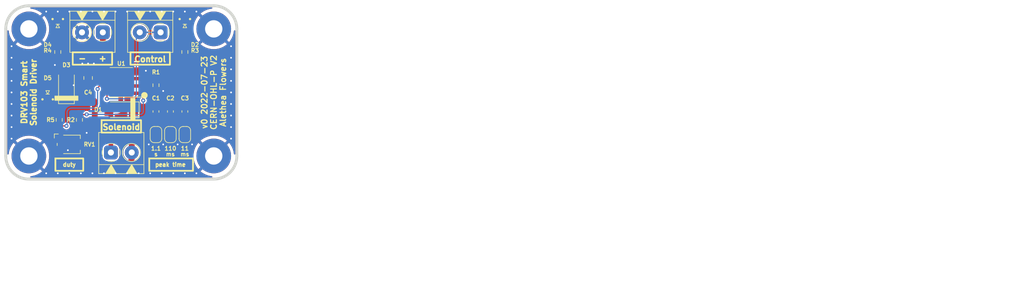
<source format=kicad_pcb>
(kicad_pcb (version 20211014) (generator pcbnew)
  (title_block (title "DRV103 Smart Solenoid Driver") (date "2022-07-23") (rev "v0") (company "Winterbloom") (comment 1 "Alethea Flowers") (comment 2 "CERN-OHL-P V2") (comment 3 "candela.wntr.dev"))
  (layers (0 "F.Cu" signal) (31 "B.Cu" signal) (34 "B.Paste" user) (35 "F.Paste" user) (36 "B.SilkS" user "B.Silkscreen") (37 "F.SilkS" user "F.Silkscreen") (38 "B.Mask" user) (39 "F.Mask" user) (44 "Edge.Cuts" user))
  (net 0 "")
  (net 1 "GND")
  (net 2 "+VDC")
  (net 3 "Net-(D2-Pad1)")
  (net 4 "/Delay")
  (net 5 "Net-(C1-Pad2)")
  (net 6 "Net-(C2-Pad2)")
  (net 7 "/Switched")
  (net 8 "Net-(D4-Pad1)")
  (net 9 "/Control")
  (net 10 "/DCIN")
  (net 11 "Net-(R2-Pad1)")
  (net 12 "Net-(C3-Pad2)")
  (net 13 "Net-(D5-Pad1)")
  (net 14 "/Osc")
  (net 15 "/Duty")
  (net 16 "/Status")
  (footprint "Package_SO:SOIC-8_3.9x4.9mm_P1.27mm" (layer "F.Cu") (at 89.5 92.325 180)
    (fp_text reference "U1" (at 0 3.25 unlocked) (layer "F.SilkS") (effects (font (size 0.7 0.7))))
    (fp_text value "DRV103U")
    (fp_line (start 0 2.56) (end -1.95 2.56) (layer "F.SilkS") (width 0.12))
    (fp_line (start 0 2.56) (end 1.95 2.56) (layer "F.SilkS") (width 0.12))
    (fp_line (start 0 -2.56) (end 1.95 -2.56) (layer "F.SilkS") (width 0.12))
    (fp_line (start 0 -2.56) (end -3.45 -2.56) (layer "F.SilkS") (width 0.12))
    (pad "1" smd roundrect (at -2.475 -1.905 180) (size 1.95 0.6) (layers "F.Cu" "F.Paste" "F.Mask") (net 15 "/Duty"))
    (pad "2" smd roundrect (at -2.475 -0.635 180) (size 1.95 0.6) (layers "F.Cu" "F.Paste" "F.Mask") (net 4 "/Delay"))
    (pad "3" smd roundrect (at -2.475 0.635 180) (size 1.95 0.6) (layers "F.Cu" "F.Paste" "F.Mask") (net 14 "/Osc"))
    (pad "4" smd roundrect (at -2.475 1.905 180) (size 1.95 0.6) (layers "F.Cu" "F.Paste" "F.Mask") (net 1 "GND"))
    (pad "5" smd roundrect (at 2.475 1.905 180) (size 1.95 0.6) (layers "F.Cu" "F.Paste" "F.Mask") (net 7 "/Switched"))
    (pad "6" smd roundrect (at 2.475 0.635 180) (size 1.95 0.6) (layers "F.Cu" "F.Paste" "F.Mask") (net 2 "+VDC"))
    (pad "7" smd roundrect (at 2.475 -0.635 180) (size 1.95 0.6) (layers "F.Cu" "F.Paste" "F.Mask") (net 16 "/Status"))
    (pad "8" smd roundrect (at 2.475 -1.905 180) (size 1.95 0.6) (layers "F.Cu" "F.Paste" "F.Mask") (net 9 "/Control"))
  )
  (footprint "MountingHole:MountingHole_3mm_Pad" (layer "F.Cu") (at 105.5 105.075)
    (fp_text reference "H4" hide)
    (fp_text value "GND" hide)
    (pad "1" thru_hole circle locked (at 0 0) (size 6 6) (drill 3) (layers *.Cu *.Mask) (net 1 "GND"))
  )
  (footprint "winterbloom:TerminalBlock_4UCON_1x02_P3.50mm_Horizontal" (layer "F.Cu") (at 87.75 104.475)
    (fp_text reference "J3" hide)
    (fp_text value "Solenoid" hide)
    (fp_line (start 5.66 -3.46) (end 5.66 3.66) (layer "F.SilkS") (width 0.12))
    (fp_line (start -2.16 3.66) (end 5.66 3.66) (layer "F.SilkS") (width 0.12))
    (fp_line (start -2.16 -3.46) (end 5.66 -3.46) (layer "F.SilkS") (width 0.12))
    (fp_line (start -2.16 2.1) (end 5.66 2.1) (layer "F.SilkS") (width 0.12))
    (fp_line (start -2.16 -3.46) (end -2.16 3.66) (layer "F.SilkS") (width 0.12))
    (fp_arc (start 1.432109 -0.607742) (mid 1.555727 0.00014) (end 1.432 0.608) (layer "F.SilkS") (width 0.12))
    (fp_arc (start -0.607742 -1.432109) (mid 0.00014 -1.555727) (end 0.608 -1.432) (layer "F.SilkS") (width 0.12))
    (fp_arc (start -1.432109 0.607742) (mid -1.555727 -0.00014) (end -1.432 -0.608) (layer "F.SilkS") (width 0.12))
    (fp_arc (start 0.607587 1.431385) (mid 0.310017 1.523783) (end 0 1.555) (layer "F.SilkS") (width 0.12))
    (fp_arc (start 0.027011 1.555493) (mid -0.296984 1.527118) (end -0.608 1.432) (layer "F.SilkS") (width 0.12))
    (fp_circle (center 3.5 0) (end 5.055 0) (layer "F.SilkS") (width 0.12) (fill none))
    (fp_poly (pts (xy 4.45 3.65) (xy 2.6 3.65) (xy 3.55 2.1)) (layer "F.SilkS") (width 0.12) (fill solid))
    (fp_poly (pts (xy 0.9 3.65) (xy -0.95 3.65) (xy 0 2.1)) (layer "F.SilkS") (width 0.12) (fill solid))
    (pad "1" thru_hole roundrect (at -0.0508 0) (size 2.4 2.4) (drill 1.05) (layers *.Cu *.Mask) (net 7 "/Switched"))
    (pad "2" thru_hole circle (at 3.556 0) (size 2.4 2.4) (drill 1.05) (layers *.Cu *.Mask) (net 2 "+VDC"))
  )
  (footprint "Jumper:SolderJumper-2_P1.3mm_Open_RoundedPad1.0x1.5mm" (layer "F.Cu") (at 98 101.375 90)
    (fp_text reference "JP2" hide)
    (fp_text value "0.1s")
    (fp_line (start 0.7 1) (end -0.7 1) (layer "F.SilkS") (width 0.12))
    (fp_line (start -1.4 0.3) (end -1.4 -0.3) (layer "F.SilkS") (width 0.12))
    (fp_line (start 1.4 -0.3) (end 1.4 0.3) (layer "F.SilkS") (width 0.12))
    (fp_line (start -0.7 -1) (end 0.7 -1) (layer "F.SilkS") (width 0.12))
    (fp_arc (start -0.7 1) (mid -1.194975 0.794975) (end -1.4 0.3) (layer "F.SilkS") (width 0.12))
    (fp_arc (start -1.4 -0.3) (mid -1.194975 -0.794975) (end -0.7 -1) (layer "F.SilkS") (width 0.12))
    (fp_arc (start 0.7 -1) (mid 1.194975 -0.794975) (end 1.4 -0.3) (layer "F.SilkS") (width 0.12))
    (fp_arc (start 1.4 0.3) (mid 1.194975 0.794975) (end 0.7 1) (layer "F.SilkS") (width 0.12))
    (pad "1" smd custom (at -0.65 0 90) (size 1 0.5) (layers "F.Cu" "F.Mask") (net 1 "GND") (options (clearance outline) (anchor rect)) (primitives (gr_circle (center 0 0.25) (end 0.5 0.25) (width 0) (fill yes)) (gr_circle (center 0 -0.25) (end 0.5 -0.25) (width 0) (fill yes)) (gr_poly (pts (xy 0.5 0.75) (xy 0 0.75) (xy 0 -0.75) (xy 0.5 -0.75)) (width 0) (fill yes))))
    (pad "2" smd custom (at 0.65 0 90) (size 1 0.5) (layers "F.Cu" "F.Mask") (net 6 "Net-(C2-Pad2)") (options (clearance outline) (anchor rect)) (primitives (gr_circle (center 0 0.25) (end 0.5 0.25) (width 0) (fill yes)) (gr_circle (center 0 -0.25) (end 0.5 -0.25) (width 0) (fill yes)) (gr_poly (pts (xy 0 0.75) (xy -0.5 0.75) (xy -0.5 -0.75) (xy 0 -0.75)) (width 0) (fill yes))))
  )
  (footprint "Capacitor_SMD:C_0603_1608Metric_Pad1.08x0.95mm_HandSolder" (layer "F.Cu") (at 100.5 97.375 -90)
    (fp_text reference "C3" (at -2.3 0 unlocked) (layer "F.SilkS") (effects (font (size 0.7 0.7))))
    (fp_text value "10n")
    (fp_line (start -0.146267 -0.51) (end 0.146267 -0.51) (layer "F.SilkS") (width 0.12))
    (fp_line (start -0.146267 0.51) (end 0.146267 0.51) (layer "F.SilkS") (width 0.12))
    (pad "1" smd roundrect (at -0.8625 0 270) (size 1.075 0.95) (layers "F.Cu" "F.Paste" "F.Mask") (net 4 "/Delay"))
    (pad "2" smd roundrect (at 0.8625 0 270) (size 1.075 0.95) (layers "F.Cu" "F.Paste" "F.Mask") (net 12 "Net-(C3-Pad2)"))
  )
  (footprint "winterbloom:LED_0805_Kingbright_APT2012" (layer "F.Cu") (at 100.5 82.575 -90)
    (fp_text reference "D2" (at 3.25 -1.75 unlocked) (layer "F.SilkS") (effects (font (size 0.7 0.7))))
    (fp_text value "ON" hide)
    (fp_line (start -0.3 0.3) (end -0.3 -0.3) (layer "F.SilkS") (width 0.12))
    (fp_line (start 0.3 0.3) (end -0.3 0) (layer "F.SilkS") (width 0.12))
    (fp_line (start -0.3 0) (end 0.3 -0.3) (layer "F.SilkS") (width 0.12))
    (fp_line (start 0.3 -0.3) (end 0.3 0.3) (layer "F.SilkS") (width 0.12))
    (fp_circle (center -1.2 0.9) (end -1.1 0.9) (layer "F.SilkS") (width 0.2) (fill none))
    (fp_circle (center -1.2 -0.9) (end -1.1 -0.9) (layer "F.SilkS") (width 0.2) (fill none))
    (pad "1" smd roundrect (at -1.175 0 270) (size 1.25 1.25) (layers "F.Cu" "F.Paste" "F.Mask") (roundrect_rratio 0.05) (net 3 "Net-(D2-Pad1)"))
    (pad "2" smd roundrect (at 1.175 0 270) (size 1.25 1.25) (layers "F.Cu" "F.Paste" "F.Mask") (roundrect_rratio 0.05) (net 2 "+VDC"))
  )
  (footprint "winterbloom:LED_0805_Kingbright_APT2012" (layer "F.Cu") (at 78.5 82.575 -90)
    (fp_text reference "D4" (at 3.25 1.75 unlocked) (layer "F.SilkS") (effects (font (size 0.7 0.7))))
    (fp_text value "VDC" hide)
    (fp_line (start 0.3 0.3) (end -0.3 0) (layer "F.SilkS") (width 0.12))
    (fp_line (start -0.3 0.3) (end -0.3 -0.3) (layer "F.SilkS") (width 0.12))
    (fp_line (start 0.3 -0.3) (end 0.3 0.3) (layer "F.SilkS") (width 0.12))
    (fp_line (start -0.3 0) (end 0.3 -0.3) (layer "F.SilkS") (width 0.12))
    (fp_circle (center -1.2 -0.9) (end -1.1 -0.9) (layer "F.SilkS") (width 0.2) (fill none))
    (fp_circle (center -1.2 0.9) (end -1.1 0.9) (layer "F.SilkS") (width 0.2) (fill none))
    (pad "1" smd roundrect (at -1.175 0 270) (size 1.25 1.25) (layers "F.Cu" "F.Paste" "F.Mask") (roundrect_rratio 0.05) (net 8 "Net-(D4-Pad1)"))
    (pad "2" smd roundrect (at 1.175 0 270) (size 1.25 1.25) (layers "F.Cu" "F.Paste" "F.Mask") (roundrect_rratio 0.05) (net 2 "+VDC"))
  )
  (footprint "MountingHole:MountingHole_3mm_Pad" (layer "F.Cu") (at 105.5 83.075)
    (fp_text reference "H3" hide)
    (fp_text value "GND" hide)
    (pad "1" thru_hole circle locked (at 0 0) (size 6 6) (drill 3) (layers *.Cu *.Mask) (net 1 "GND"))
  )
  (footprint "winterbloom:TerminalBlock_4UCON_1x02_P3.50mm_Horizontal" (layer "F.Cu") (at 96.25 83.675 180)
    (fp_text reference "J2" hide)
    (fp_text value "CONTROL" hide)
    (fp_line (start -2.16 -3.46) (end 5.66 -3.46) (layer "F.SilkS") (width 0.12))
    (fp_line (start 5.66 -3.46) (end 5.66 3.66) (layer "F.SilkS") (width 0.12))
    (fp_line (start -2.16 3.66) (end 5.66 3.66) (layer "F.SilkS") (width 0.12))
    (fp_line (start -2.16 -3.46) (end -2.16 3.66) (layer "F.SilkS") (width 0.12))
    (fp_line (start -2.16 2.1) (end 5.66 2.1) (layer "F.SilkS") (width 0.12))
    (fp_arc (start -0.607742 -1.432109) (mid 0.00014 -1.555727) (end 0.608 -1.432) (layer "F.SilkS") (width 0.12))
    (fp_arc (start 1.432109 -0.607742) (mid 1.555727 0.00014) (end 1.432 0.608) (layer "F.SilkS") (width 0.12))
    (fp_arc (start 0.027011 1.555493) (mid -0.296984 1.527118) (end -0.608 1.432) (layer "F.SilkS") (width 0.12))
    (fp_arc (start -1.432109 0.607742) (mid -1.555727 -0.00014) (end -1.432 -0.608) (layer "F.SilkS") (width 0.12))
    (fp_arc (start 0.607587 1.431385) (mid 0.310017 1.523783) (end 0 1.555) (layer "F.SilkS") (width 0.12))
    (fp_circle (center 3.5 0) (end 5.055 0) (layer "F.SilkS") (width 0.12) (fill none))
    (fp_poly (pts (xy 0.9 3.65) (xy -0.95 3.65) (xy 0 2.1)) (layer "F.SilkS") (width 0.12) (fill solid))
    (fp_poly (pts (xy 4.45 3.65) (xy 2.6 3.65) (xy 3.55 2.1)) (layer "F.SilkS") (width 0.12) (fill solid))
    (pad "1" thru_hole roundrect (at -0.0508 0 180) (size 2.4 2.4) (drill 1.05) (layers *.Cu *.Mask) (net 9 "/Control"))
    (pad "2" thru_hole circle (at 3.556 0 180) (size 2.4 2.4) (drill 1.05) (layers *.Cu *.Mask) (net 9 "/Control"))
  )
  (footprint "Diode_SMD:D_SOD-128" (layer "F.Cu") (at 80 92.95 90)
    (fp_text reference "D3" (at 3.625 0 unlocked) (layer "F.SilkS") (effects (font (size 0.7 0.7))))
    (fp_text value "30V 2A")
    (fp_line (start -3.08 -1.36) (end -3.08 1.36) (layer "F.SilkS") (width 0.12))
    (fp_line (start -3.08 -1.36) (end 1.9 -1.36) (layer "F.SilkS") (width 0.12))
    (fp_line (start -3.08 1.36) (end 1.9 1.36) (layer "F.SilkS") (width 0.12))
    (pad "1" smd rect (at -2.2 0 90) (size 1.4 2.1) (layers "F.Cu" "F.Paste" "F.Mask") (net 2 "+VDC"))
    (pad "2" smd rect (at 2.2 0 90) (size 1.4 2.1) (layers "F.Cu" "F.Paste" "F.Mask") (net 10 "/DCIN"))
  )
  (footprint "Potentiometer_SMD:Potentiometer_Bourns_TC33X_Vertical" (layer "F.Cu") (at 80.5 103.075)
    (fp_text reference "RV1" (at 3.5 0 unlocked) (layer "F.SilkS") (effects (font (size 0.7 0.7))))
    (fp_text value "150k")
    (fp_line (start -1 1.6) (end 1.9 1.6) (layer "F.SilkS") (width 0.12))
    (fp_line (start 1.9 1.6) (end 1.9 1) (layer "F.SilkS") (width 0.12))
    (fp_line (start -2.6 -1.8) (end -2.6 -1.1) (layer "F.SilkS") (width 0.12))
    (fp_line (start -2.1 -0.2) (end -2.1 0.2) (layer "F.SilkS") (width 0.12))
    (fp_line (start 1.9 -1.6) (end 1.9 -1) (layer "F.SilkS") (width 0.12))
    (fp_line (start -1 -1.6) (end 1.9 -1.6) (layer "F.SilkS") (width 0.12))
    (fp_line (start -1.9 -1.8) (end -2.6 -1.8) (layer "F.SilkS") (width 0.12))
    (pad "1" smd rect (at -1.8 -1) (size 1.2 1.2) (layers "F.Cu" "F.Paste" "F.Mask") (net 11 "Net-(R2-Pad1)"))
    (pad "2" smd rect (at 1.45 0) (size 1.5 1.6) (layers "F.Cu" "F.Paste" "F.Mask") (net 11 "Net-(R2-Pad1)"))
    (pad "3" smd rect (at -1.8 1) (size 1.2 1.2) (layers "F.Cu" "F.Paste" "F.Mask") (net 1 "GND"))
  )
  (footprint "MountingHole:MountingHole_3mm_Pad" (layer "F.Cu") (at 73.5 105.075)
    (fp_text reference "H2" hide)
    (fp_text value "GND" hide)
    (pad "1" thru_hole circle locked (at 0 0) (size 6 6) (drill 3) (layers *.Cu *.Mask) (net 1 "GND"))
  )
  (footprint "winterbloom:TerminalBlock_4UCON_1x02_P3.50mm_Horizontal" (layer "F.Cu") (at 86.25 83.675 180)
    (fp_text reference "J1" hide)
    (fp_text value "DC IN" hide)
    (fp_line (start 5.66 -3.46) (end 5.66 3.66) (layer "F.SilkS") (width 0.12))
    (fp_line (start -2.16 -3.46) (end -2.16 3.66) (layer "F.SilkS") (width 0.12))
    (fp_line (start -2.16 3.66) (end 5.66 3.66) (layer "F.SilkS") (width 0.12))
    (fp_line (start -2.16 2.1) (end 5.66 2.1) (layer "F.SilkS") (width 0.12))
    (fp_line (start -2.16 -3.46) (end 5.66 -3.46) (layer "F.SilkS") (width 0.12))
    (fp_arc (start 0.607587 1.431385) (mid 0.310017 1.523783) (end 0 1.555) (layer "F.SilkS") (width 0.12))
    (fp_arc (start -1.432109 0.607742) (mid -1.555727 -0.00014) (end -1.432 -0.608) (layer "F.SilkS") (width 0.12))
    (fp_arc (start 1.432109 -0.607742) (mid 1.555727 0.00014) (end 1.432 0.608) (layer "F.SilkS") (width 0.12))
    (fp_arc (start 0.027011 1.555493) (mid -0.296984 1.527118) (end -0.608 1.432) (layer "F.SilkS") (width 0.12))
    (fp_arc (start -0.607742 -1.432109) (mid 0.00014 -1.555727) (end 0.608 -1.432) (layer "F.SilkS") (width 0.12))
    (fp_circle (center 3.5 0) (end 5.055 0) (layer "F.SilkS") (width 0.12) (fill none))
    (fp_poly (pts (xy 4.45 3.65) (xy 2.6 3.65) (xy 3.55 2.1)) (layer "F.SilkS") (width 0.12) (fill solid))
    (fp_poly (pts (xy 0.9 3.65) (xy -0.95 3.65) (xy 0 2.1)) (layer "F.SilkS") (width 0.12) (fill solid))
    (pad "1" thru_hole roundrect (at -0.0508 0 180) (size 2.4 2.4) (drill 1.05) (layers *.Cu *.Mask) (net 10 "/DCIN"))
    (pad "2" thru_hole circle (at 3.556 0 180) (size 2.4 2.4) (drill 1.05) (layers *.Cu *.Mask) (net 1 "GND"))
  )
  (footprint "Diode_SMD:D_SOD-128" (layer "F.Cu") (at 89.5 97.075 180)
    (fp_text reference "D1" (at 4 0 unlocked) (layer "F.SilkS") (effects (font (size 0.7 0.7))))
    (fp_text value "30V 1A")
    (fp_line (start -3.08 -1.36) (end 1.9 -1.36) (layer "F.SilkS") (width 0.12))
    (fp_line (start -3.08 1.36) (end 1.9 1.36) (layer "F.SilkS") (width 0.12))
    (fp_line (start -3.08 -1.36) (end -3.08 1.36) (layer "F.SilkS") (width 0.12))
    (pad "1" smd rect (at -2.2 0 180) (size 1.4 2.1) (layers "F.Cu" "F.Paste" "F.Mask") (net 2 "+VDC"))
    (pad "2" smd rect (at 2.2 0 180) (size 1.4 2.1) (layers "F.Cu" "F.Paste" "F.Mask") (net 7 "/Switched"))
  )
  (footprint "Capacitor_SMD:C_0805_2012Metric_Pad1.18x1.45mm_HandSolder" (layer "F.Cu") (at 83.75 91.575 90)
    (fp_text reference "C4" (at -2.5 0 unlocked) (layer "F.SilkS") (effects (font (size 0.7 0.7))))
    (fp_text value "10u")
    (fp_line (start -0.261252 0.735) (end 0.261252 0.735) (layer "F.SilkS") (width 0.12))
    (fp_line (start -0.261252 -0.735) (end 0.261252 -0.735) (layer "F.SilkS") (width 0.12))
    (pad "1" smd roundrect (at -1.0375 0 90) (size 1.175 1.45) (layers "F.Cu" "F.Paste" "F.Mask") (roundrect_rratio 0.212766) (net 2 "+VDC"))
    (pad "2" smd roundrect (at 1.0375 0 90) (size 1.175 1.45) (layers "F.Cu" "F.Paste" "F.Mask") (roundrect_rratio 0.212766) (net 1 "GND"))
  )
  (footprint "Resistor_SMD:R_0603_1608Metric_Pad0.98x0.95mm_HandSolder" (layer "F.Cu") (at 82.25 98.825 90)
    (fp_text reference "R2" (at 0 -1.5 unlocked) (layer "F.SilkS") (effects (font (size 0.7 0.7))))
    (fp_text value "75k")
    (fp_line (start -0.254724 -0.5225) (end 0.254724 -0.5225) (layer "F.SilkS") (width 0.12))
    (fp_line (start -0.254724 0.5225) (end 0.254724 0.5225) (layer "F.SilkS") (width 0.12))
    (pad "1" smd roundrect (at -0.9125 0 90) (size 0.975 0.95) (layers "F.Cu" "F.Paste" "F.Mask") (net 11 "Net-(R2-Pad1)"))
    (pad "2" smd roundrect (at 0.9125 0 90) (size 0.975 0.95) (layers "F.Cu" "F.Paste" "F.Mask") (net 15 "/Duty"))
  )
  (footprint "Resistor_SMD:R_0603_1608Metric_Pad0.98x0.95mm_HandSolder" (layer "F.Cu") (at 78.75 98.825 -90)
    (fp_text reference "R5" (at 0 1.5 unlocked) (layer "F.SilkS") (effects (font (size 0.7 0.7))))
    (fp_text value "10K")
    (fp_line (start -0.254724 -0.5225) (end 0.254724 -0.5225) (layer "F.SilkS") (width 0.12))
    (fp_line (start -0.254724 0.5225) (end 0.254724 0.5225) (layer "F.SilkS") (width 0.12))
    (pad "1" smd roundrect (at -0.9125 0 270) (size 0.975 0.95) (layers "F.Cu" "F.Paste" "F.Mask") (net 13 "Net-(D5-Pad1)"))
    (pad "2" smd roundrect (at 0.9125 0 270) (size 0.975 0.95) (layers "F.Cu" "F.Paste" "F.Mask") (net 16 "/Status"))
  )
  (footprint "Capacitor_SMD:C_0603_1608Metric_Pad1.08x0.95mm_HandSolder" (layer "F.Cu") (at 98 97.375 -90)
    (fp_text reference "C2" (at -2.3 0 unlocked) (layer "F.SilkS") (effects (font (size 0.7 0.7))))
    (fp_text value "100n")
    (fp_line (start -0.146267 -0.51) (end 0.146267 -0.51) (layer "F.SilkS") (width 0.12))
    (fp_line (start -0.146267 0.51) (end 0.146267 0.51) (layer "F.SilkS") (width 0.12))
    (pad "1" smd roundrect (at -0.8625 0 270) (size 1.075 0.95) (layers "F.Cu" "F.Paste" "F.Mask") (net 4 "/Delay"))
    (pad "2" smd roundrect (at 0.8625 0 270) (size 1.075 0.95) (layers "F.Cu" "F.Paste" "F.Mask") (net 6 "Net-(C2-Pad2)"))
  )
  (footprint "Resistor_SMD:R_0603_1608Metric_Pad0.98x0.95mm_HandSolder" (layer "F.Cu") (at 95.5 92.825 90)
    (fp_text reference "R1" (at 2.25 0 unlocked) (layer "F.SilkS") (effects (font (size 0.7 0.7))))
    (fp_text value "205k")
    (fp_line (start -0.254724 -0.5225) (end 0.254724 -0.5225) (layer "F.SilkS") (width 0.12))
    (fp_line (start -0.254724 0.5225) (end 0.254724 0.5225) (layer "F.SilkS") (width 0.12))
    (pad "1" smd roundrect (at -0.9125 0 90) (size 0.975 0.95) (layers "F.Cu" "F.Paste" "F.Mask") (net 1 "GND"))
    (pad "2" smd roundrect (at 0.9125 0 90) (size 0.975 0.95) (layers "F.Cu" "F.Paste" "F.Mask") (net 14 "/Osc"))
  )
  (footprint "Jumper:SolderJumper-2_P1.3mm_Bridged_RoundedPad1.0x1.5mm" (layer "F.Cu") (at 95.5 101.375 90)
    (fp_text reference "JP1" hide)
    (fp_text value "1.1 s")
    (fp_poly (pts (xy 0.25 -0.3) (xy -0.25 -0.3) (xy -0.25 0.3) (xy 0.25 0.3)) (layer "F.Cu") (width 0) (fill solid))
    (fp_line (start -0.7 -1) (end 0.7 -1) (layer "F.SilkS") (width 0.12))
    (fp_line (start -1.4 0.3) (end -1.4 -0.3) (layer "F.SilkS") (width 0.12))
    (fp_line (start 0.7 1) (end -0.7 1) (layer "F.SilkS") (width 0.12))
    (fp_line (start 1.4 -0.3) (end 1.4 0.3) (layer "F.SilkS") (width 0.12))
    (fp_arc (start 1.4 0.3) (mid 1.194975 0.794975) (end 0.7 1) (layer "F.SilkS") (width 0.12))
    (fp_arc (start -1.4 -0.3) (mid -1.194975 -0.794975) (end -0.7 -1) (layer "F.SilkS") (width 0.12))
    (fp_arc (start -0.7 1) (mid -1.194975 0.794975) (end -1.4 0.3) (layer "F.SilkS") (width 0.12))
    (fp_arc (start 0.7 -1) (mid 1.194975 -0.794975) (end 1.4 -0.3) (layer "F.SilkS") (width 0.12))
    (pad "1" smd custom (at -0.65 0 90) (size 1 0.5) (layers "F.Cu" "F.Mask") (net 1 "GND") (options (clearance outline) (anchor rect)) (primitives (gr_circle (center 0 0.25) (end 0.5 0.25) (width 0) (fill yes)) (gr_circle (center 0 -0.25) (end 0.5 -0.25) (width 0) (fill yes)) (gr_poly (pts (xy 0.5 0.75) (xy 0 0.75) (xy 0 -0.75) (xy 0.5 -0.75)) (width 0) (fill yes))))
    (pad "2" smd custom (at 0.65 0 90) (size 1 0.5) (layers "F.Cu" "F.Mask") (net 5 "Net-(C1-Pad2)") (options (clearance outline) (anchor rect)) (primitives (gr_circle (center 0 0.25) (end 0.5 0.25) (width 0) (fill yes)) (gr_circle (center 0 -0.25) (end 0.5 -0.25) (width 0) (fill yes)) (gr_poly (pts (xy 0 0.75) (xy -0.5 0.75) (xy -0.5 -0.75) (xy 0 -0.75)) (width 0) (fill yes))))
  )
  (footprint "MountingHole:MountingHole_3mm_Pad" (layer "F.Cu") (at 73.5 83.075)
    (fp_text reference "H1" hide)
    (fp_text value "GND" hide)
    (pad "1" thru_hole circle locked (at 0 0) (size 6 6) (drill 3) (layers *.Cu *.Mask) (net 1 "GND"))
  )
  (footprint "winterbloom:LED_0805_Kingbright_APT2012" (layer "F.Cu") (at 76.75 94.075 90)
    (fp_text reference "D5" (at 2.5 0 unlocked) (layer "F.SilkS") (effects (font (size 0.7 0.7))))
    (fp_text value "Fault" hide)
    (fp_line (start 0.3 -0.3) (end 0.3 0.3) (layer "F.SilkS") (width 0.12))
    (fp_line (start -0.3 0.3) (end -0.3 -0.3) (layer "F.SilkS") (width 0.12))
    (fp_line (start 0.3 0.3) (end -0.3 0) (layer "F.SilkS") (width 0.12))
    (fp_line (start -0.3 0) (end 0.3 -0.3) (layer "F.SilkS") (width 0.12))
    (fp_circle (center -1.2 -0.9) (end -1.1 -0.9) (layer "F.SilkS") (width 0.2) (fill none))
    (fp_circle (center -1.2 0.9) (end -1.1 0.9) (layer "F.SilkS") (width 0.2) (fill none))
    (pad "1" smd roundrect (at -1.175 0 90) (size 1.25 1.25) (layers "F.Cu" "F.Paste" "F.Mask") (roundrect_rratio 0.05) (net 13 "Net-(D5-Pad1)"))
    (pad "2" smd roundrect (at 1.175 0 90) (size 1.25 1.25) (layers "F.Cu" "F.Paste" "F.Mask") (roundrect_rratio 0.05) (net 2 "+VDC"))
  )
  (footprint "Resistor_SMD:R_0603_1608Metric_Pad0.98x0.95mm_HandSolder" (layer "F.Cu") (at 100.5 87.075 -90)
    (fp_text reference "R3" (at -0.25 -1.75 unlocked) (layer "F.SilkS") (effects (font (size 0.7 0.7))))
    (fp_text value "10K")
    (fp_line (start -0.254724 0.5225) (end 0.254724 0.5225) (layer "F.SilkS") (width 0.12))
    (fp_line (start -0.254724 -0.5225) (end 0.254724 -0.5225) (layer "F.SilkS") (width 0.12))
    (pad "1" smd roundrect (at -0.9125 0 270) (size 0.975 0.95) (layers "F.Cu" "F.Paste" "F.Mask") (net 3 "Net-(D2-Pad1)"))
    (pad "2" smd roundrect (at 0.9125 0 270) (size 0.975 0.95) (layers "F.Cu" "F.Paste" "F.Mask") (net 7 "/Switched"))
  )
  (footprint "Jumper:SolderJumper-2_P1.3mm_Open_RoundedPad1.0x1.5mm" (layer "F.Cu") (at 100.5 101.375 90)
    (fp_text reference "JP3" hide)
    (fp_text value "11 ms")
    (fp_line (start 1.4 -0.3) (end 1.4 0.3) (layer "F.SilkS") (width 0.12))
    (fp_line (start 0.7 1) (end -0.7 1) (layer "F.SilkS") (width 0.12))
    (fp_line (start -0.7 -1) (end 0.7 -1) (layer "F.SilkS") (width 0.12))
    (fp_line (start -1.4 0.3) (end -1.4 -0.3) (layer "F.SilkS") (width 0.12))
    (fp_arc (start -0.7 1) (mid -1.194975 0.794975) (end -1.4 0.3) (layer "F.SilkS") (width 0.12))
    (fp_arc (start 1.4 0.3) (mid 1.194975 0.794975) (end 0.7 1) (layer "F.SilkS") (width 0.12))
    (fp_arc (start 0.7 -1) (mid 1.194975 -0.794975) (end 1.4 -0.3) (layer "F.SilkS") (width 0.12))
    (fp_arc (start -1.4 -0.3) (mid -1.194975 -0.794975) (end -0.7 -1) (layer "F.SilkS") (width 0.12))
    (pad "1" smd custom (at -0.65 0 90) (size 1 0.5) (layers "F.Cu" "F.Mask") (net 1 "GND") (options (clearance outline) (anchor rect)) (primitives (gr_circle (center 0 0.25) (end 0.5 0.25) (width 0) (fill yes)) (gr_circle (center 0 -0.25) (end 0.5 -0.25) (width 0) (fill yes)) (gr_poly (pts (xy 0.5 0.75) (xy 0 0.75) (xy 0 -0.75) (xy 0.5 -0.75)) (width 0) (fill yes))))
    (pad "2" smd custom (at 0.65 0 90) (size 1 0.5) (layers "F.Cu" "F.Mask") (net 12 "Net-(C3-Pad2)") (options (clearance outline) (anchor rect)) (primitives (gr_circle (center 0 0.25) (end 0.5 0.25) (width 0) (fill yes)) (gr_circle (center 0 -0.25) (end 0.5 -0.25) (width 0) (fill yes)) (gr_poly (pts (xy 0 0.75) (xy -0.5 0.75) (xy -0.5 -0.75) (xy 0 -0.75)) (width 0) (fill yes))))
  )
  (footprint "Capacitor_SMD:C_0603_1608Metric_Pad1.08x0.95mm_HandSolder" (layer "F.Cu") (at 95.5 97.375 -90)
    (fp_text reference "C1" (at -2.3 0 unlocked) (layer "F.SilkS") (effects (font (size 0.7 0.7))))
    (fp_text value "1u")
    (fp_line (start -0.146267 0.51) (end 0.146267 0.51) (layer "F.SilkS") (width 0.12))
    (fp_line (start -0.146267 -0.51) (end 0.146267 -0.51) (layer "F.SilkS") (width 0.12))
    (pad "1" smd roundrect (at -0.8625 0 270) (size 1.075 0.95) (layers "F.Cu" "F.Paste" "F.Mask") (net 4 "/Delay"))
    (pad "2" smd roundrect (at 0.8625 0 270) (size 1.075 0.95) (layers "F.Cu" "F.Paste" "F.Mask") (net 5 "Net-(C1-Pad2)"))
  )
  (footprint "Resistor_SMD:R_0603_1608Metric_Pad0.98x0.95mm_HandSolder" (layer "F.Cu") (at 78.5 87.075 -90)
    (fp_text reference "R4" (at -0.25 1.75 unlocked) (layer "F.SilkS") (effects (font (size 0.7 0.7))))
    (fp_text value "10k")
    (fp_line (start -0.254724 0.5225) (end 0.254724 0.5225) (layer "F.SilkS") (width 0.12))
    (fp_line (start -0.254724 -0.5225) (end 0.254724 -0.5225) (layer "F.SilkS") (width 0.12))
    (pad "1" smd roundrect (at -0.9125 0 270) (size 0.975 0.95) (layers "F.Cu" "F.Paste" "F.Mask") (net 8 "Net-(D4-Pad1)"))
    (pad "2" smd roundrect (at 0.9125 0 270) (size 0.975 0.95) (layers "F.Cu" "F.Paste" "F.Mask") (net 1 "GND"))
  )
  (gr_circle (center 93.5 94.575) (end 94 94.575) (layer "F.SilkS") (width 0.12) (fill solid))
  (gr_rect (start 101.91 107.645) (end 94.34 105.505) (layer "F.SilkS") (width 0.3) (fill none))
  (gr_rect (start 82.91 107.645) (end 78.09 105.505) (layer "F.SilkS") (width 0.3) (fill none))
  (gr_rect (start 87.91 89.275) (end 81.09 87.135) (layer "F.SilkS") (width 0.3) (fill none))
  (gr_rect (start 91.125 98.825) (end 91.875 95.075) (layer "F.SilkS") (width 0.12) (fill solid))
  (gr_rect (start 78 94.7) (end 82 95.45) (layer "F.SilkS") (width 0.12) (fill solid))
  (gr_rect (start 97.91 89.275) (end 91.09 87.135) (layer "F.SilkS") (width 0.3) (fill none))
  (gr_rect (start 92.91 101.025) (end 86.09 98.885) (layer "F.SilkS") (width 0.3) (fill none))
  (gr_arc (start 73.5 109.075) (mid 70.671573 107.903427) (end 69.5 105.075) (layer "Edge.Cuts") (width 0.5))
  (gr_arc (start 105.5 79.075) (mid 108.328427 80.246573) (end 109.5 83.075) (layer "Edge.Cuts") (width 0.5))
  (gr_line (start 73.5 79.075) (end 105.5 79.075) (layer "Edge.Cuts") (width 0.5))
  (gr_arc (start 69.5 83.075) (mid 70.671573 80.246573) (end 73.5 79.075) (layer "Edge.Cuts") (width 0.5))
  (gr_line (start 109.5 83.075) (end 109.5 105.075) (layer "Edge.Cuts") (width 0.5))
  (gr_line (start 69.5 105.075) (end 69.5 83.075) (layer "Edge.Cuts") (width 0.5))
  (gr_line (start 105.5 109.075) (end 73.5 109.075) (layer "Edge.Cuts") (width 0.5))
  (gr_arc (start 109.5 105.075) (mid 108.328427 107.903427) (end 105.5 109.075) (layer "Edge.Cuts") (width 0.5))
  (gr_text "11" (at 100.5 103.775) (layer "F.SilkS") (effects (font (size 0.7 0.7))))
  (gr_text "peak time" (at 98 106.575) (layer "F.SilkS") (effects (font (size 0.7 0.7) (thickness 0.175))))
  (gr_text "ms" (at 100.5 104.775) (layer "F.SilkS") (effects (font (size 0.7 0.7))))
  (gr_text "+   -" (at 84.5 88.325 180) (layer "F.SilkS") (effects (font (size 1 1) (thickness 0.25))))
  (gr_text "Control" (at 94.5 88.325) (layer "F.SilkS") (effects (font (size 1 1) (thickness 0.25))))
  (gr_text "Solenoid" (at 89.5 100.075) (layer "F.SilkS") (effects (font (size 1 1) (thickness 0.25))))
  (gr_text "110" (at 98 103.775) (layer "F.SilkS") (effects (font (size 0.7 0.7))))
  (gr_text "1.1" (at 95.5 103.775) (layer "F.SilkS") (effects (font (size 0.7 0.7))))
  (gr_text "ms" (at 98 104.775) (layer "F.SilkS") (effects (font (size 0.7 0.7))))
  (gr_text "duty" (at 80.5 106.575) (layer "F.SilkS") (effects (font (size 0.7 0.7) (thickness 0.175))))
  (gr_text "s" (at 95.5 104.775) (layer "F.SilkS") (effects (font (size 0.7 0.7))))
  (gr_text "DRV103 Smart\nSolenoid Driver" (at 73.5 94.075 90) (layer "F.SilkS") (effects (font (size 1 1) (thickness 0.25))))
  (gr_text "${REVISION} ${ISSUE_DATE}\n${COMMENT2}\n${COMMENT1}" (at 105.5 94.075 90) (layer "F.SilkS") (effects (font (size 1 1) (thickness 0.2))))
  (via (at 76.5 108.075) (size 0.7) (drill 0.3) (layers "F.Cu" "B.Cu") (net 1))
  (via (at 80.5 80.075) (size 0.7) (drill 0.3) (layers "F.Cu" "B.Cu") (net 1))
  (via (at 93.75 90.325) (size 0.7) (drill 0.3) (layers "F.Cu" "B.Cu") (net 1))
  (via (at 98.5 108.075) (size 0.7) (drill 0.3) (layers "F.Cu" "B.Cu") (net 1))
  (via (at 84.5 108.075) (size 0.7) (drill 0.3) (layers "F.Cu" "B.Cu") (net 1))
  (via (at 70.5 94.075) (size 0.7) (drill 0.3) (layers "F.Cu" "B.Cu") (net 1))
  (via (at 101.75 103.075) (size 0.7) (drill 0.3) (layers "F.Cu" "B.Cu") (net 1))
  (via (at 98.5 80.075) (size 0.7) (drill 0.3) (layers "F.Cu" "B.Cu") (net 1))
  (via (at 70.5 90.075) (size 0.7) (drill 0.3) (layers "F.Cu" "B.Cu") (net 1))
  (via (at 94.5 80.075) (size 0.7) (drill 0.3) (layers "F.Cu" "B.Cu") (net 1))
  (via (at 102.5 108.075) (size 0.7) (drill 0.3) (layers "F.Cu" "B.Cu") (net 1))
  (via (at 70.5 98.075) (size 0.7) (drill 0.3) (layers "F.Cu" "B.Cu") (net 1))
  (via (at 70.5 96.075) (size 0.7) (drill 0.3) (layers "F.Cu" "B.Cu") (net 1))
  (via (at 80.25 104.075) (size 0.7) (drill 0.3) (layers "F.Cu" "B.Cu") (net 1))
  (via (at 94.25 103.075) (size 0.7) (drill 0.3) (layers "F.Cu" "B.Cu") (net 1))
  (via (at 86.5 108.075) (size 0.7) (drill 0.3) (layers "F.Cu" "B.Cu") (net 1))
  (via (at 90.5 80.075) (size 0.7) (drill 0.3) (layers "F.Cu" "B.Cu") (net 1))
  (via (at 82.75 89.075) (size 0.7) (drill 0.3) (layers "F.Cu" "B.Cu") (net 1))
  (via (at 76.5 80.075) (size 0.7) (drill 0.3) (layers "F.Cu" "B.Cu") (net 1))
  (via (at 108.5 88.075) (size 0.7) (drill 0.3) (layers "F.Cu" "B.Cu") (net 1))
  (via (at 86.5 80.075) (size 0.7) (drill 0.3) (layers "F.Cu" "B.Cu") (net 1))
  (via (at 108.5 96.075) (size 0.7) (drill 0.3) (layers "F.Cu" "B.Cu") (net 1))
  (via (at 108.5 90.075) (size 0.7) (drill 0.3) (layers "F.Cu" "B.Cu") (net 1))
  (via (at 70.5 100.075) (size 0.7) (drill 0.3) (layers "F.Cu" "B.Cu") (net 1))
  (via (at 108.5 102.075) (size 0.7) (drill 0.3) (layers "F.Cu" "B.Cu") (net 1))
  (via (at 108.5 92.075) (size 0.7) (drill 0.3) (layers "F.Cu" "B.Cu") (net 1))
  (via (at 84.5 80.075) (size 0.7) (drill 0.3) (layers "F.Cu" "B.Cu") (net 1))
  (via (at 90.5 108.075) (size 0.7) (drill 0.3) (layers "F.Cu" "B.Cu") (net 1))
  (via (at 92.5 108.075) (size 0.7) (drill 0.3) (layers "F.Cu" "B.Cu") (net 1))
  (via (at 108.5 100.075) (size 0.7) (drill 0.3) (layers "F.Cu" "B.Cu") (net 1))
  (via (at 70.5 92.075) (size 0.7) (drill 0.3) (layers "F.Cu" "B.Cu") (net 1))
  (via (at 99.25 103.075) (size 0.7) (drill 0.3) (layers "F.Cu" "B.Cu") (net 1))
  (via (at 82.5 108.075) (size 0.7) (drill 0.3) (layers "F.Cu" "B.Cu") (net 1))
  (via (at 84.75 89.075) (size 0.7) (drill 0.3) (layers "F.Cu" "B.Cu") (net 1))
  (via (at 96.75 93.825) (size 0.7) (drill 0.3) (layers "F.Cu" "B.Cu") (net 1))
  (via (at 94.5 108.075) (size 0.7) (drill 0.3) (layers "F.Cu" "B.Cu") (net 1))
  (via (at 108.5 86.075) (size 0.7) (drill 0.3) (layers "F.Cu" "B.Cu") (net 1))
  (via (at 83.75 89.075) (size 0.7) (drill 0.3) (layers "F.Cu" "B.Cu") (net 1))
  (via (at 108.5 98.075) (size 0.7) (drill 0.3) (layers "F.Cu" "B.Cu") (net 1))
  (via (at 78 89.325) (size 0.7) (drill 0.3) (layers "F.Cu" "B.Cu") (net 1))
  (via (at 96.5 80.075) (size 0.7) (drill 0.3) (layers "F.Cu" "B.Cu") (net 1))
  (via (at 88.5 80.075) (size 0.7) (drill 0.3) (layers "F.Cu" "B.Cu") (net 1))
  (via (at 70.5 88.075) (size 0.7) (drill 0.3) (layers "F.Cu" "B.Cu") (net 1))
  (via (at 96.5 108.075) (size 0.7) (drill 0.3) (layers "F.Cu" "B.Cu") (net 1))
  (via (at 80.5 108.075) (size 0.7) (drill 0.3) (layers "F.Cu" "B.Cu") (net 1))
  (via (at 70.5 102.075) (size 0.7) (drill 0.3) (layers "F.Cu" "B.Cu") (net 1))
  (via (at 88.5 108.075) (size 0.7) (drill 0.3) (layers "F.Cu" "B.Cu") (net 1))
  (via (at 100.5 80.075) (size 0.7) (drill 0.3) (layers "F.Cu" "B.Cu") (net 1))
  (via (at 78.5 108.075) (size 0.7) (drill 0.3) (layers "F.Cu" "B.Cu") (net 1))
  (via (at 83.5 101.075) (size 0.7) (drill 0.3) (layers "F.Cu" "B.Cu") (net 1))
  (via (at 96.75 103.075) (size 0.7) (drill 0.3) (layers "F.Cu" "B.Cu") (net 1))
  (via (at 78.5 80.075) (size 0.7) (drill 0.3) (layers "F.Cu" "B.Cu") (net 1))
  (via (at 82.5 80.075) (size 0.7) (drill 0.3) (layers "F.Cu" "B.Cu") (net 1))
  (via (at 100.5 108.075) (size 0.7) (drill 0.3) (layers "F.Cu" "B.Cu") (net 1))
  (via (at 108.5 94.075) (size 0.7) (drill 0.3) (layers "F.Cu" "B.Cu") (net 1))
  (via (at 81.25 92.825) (size 0.7) (drill 0.3) (layers "F.Cu" "B.Cu") (net 1))
  (via (at 70.5 86.075) (size 0.7) (drill 0.3) (layers "F.Cu" "B.Cu") (net 1))
  (via (at 92.5 80.075) (size 0.7) (drill 0.3) (layers "F.Cu" "B.Cu") (net 1))
  (via (at 102.5 80.075) (size 0.7) (drill 0.3) (layers "F.Cu" "B.Cu") (net 1))
  (segment (start 83.75 94.625) (end 83.75 92.6125) (width 1) (layer "F.Cu") (net 2))
  (segment (start 91.306 104.475) (end 91.306 97.469) (width 1) (layer "F.Cu") (net 2))
  (segment (start 76.75 92.9) (end 76.75 85.825) (width 0.2) (layer "F.Cu") (net 2))
  (segment (start 86.1 88.975) (end 97.4 88.975) (width 0.2) (layer "F.Cu") (net 2))
  (segment (start 84.9 105.175) (end 84.9 95.775) (width 1) (layer "F.Cu") (net 2))
  (segment (start 77.6 84.975) (end 78.1 84.975) (width 0.2) (layer "F.Cu") (net 2))
  (segment (start 85.485 91.69) (end 85.485 89.59) (width 0.2) (layer "F.Cu") (net 2))
  (segment (start 78.4 84.675) (end 78.4 83.85) (width 0.2) (layer "F.Cu") (net 2))
  (segment (start 79.9 93.575) (end 79.9 95.05) (width 0.2) (layer "F.Cu") (net 2))
  (segment (start 99.6 83.875) (end 100.375 83.875) (width 0.2) (layer "F.Cu") (net 2))
  (segment (start 99 87.375) (end 99 84.475) (width 0.2) (layer "F.Cu") (net 2))
  (segment (start 91.306 104.475) (end 91.306 105.369) (width 1) (layer "F.Cu") (net 2))
  (segment (start 80 95.15) (end 81.2125 95.15) (width 1) (layer "F.Cu") (net 2))
  (segment (start 89.9 106.775) (end 86.5 106.775) (width 1) (layer "F.Cu") (net 2))
  (segment (start 76.75 92.9) (end 79.225 92.9) (width 0.2) (layer "F.Cu") (net 2))
  (segment (start 84.4875 91.875) (end 86.84 91.875) (width 1) (layer "F.Cu") (net 2))
  (arc (start 91.306 105.369) (mid 90.894192 106.363192) (end 89.9 106.775) (width 1) (layer "F.Cu") (net 2))
  (arc (start 81.2125 95.15) (mid 83.006783 94.406783) (end 83.75 92.6125) (width 1) (layer "F.Cu") (net 2))
  (arc (start 78.1 84.975) (mid 78.312132 84.887132) (end 78.4 84.675) (width 0.2) (layer "F.Cu") (net 2))
  (arc (start 99 84.475) (mid 99.175736 84.050736) (end 99.6 83.875) (width 0.2) (layer "F.Cu") (net 2))
  (arc (start 76.75 85.825) (mid 76.998959 85.223959) (end 77.6 84.975) (width 0.2) (layer "F.Cu") (net 2))
  (arc (start 86.84 91.875) (mid 86.970815 91.820815) (end 87.025 91.69) (width 1) (layer "F.Cu") (net 2))
  (arc (start 85.485 89.59) (mid 85.665129 89.155129) (end 86.1 88.975) (width 0.2) (layer "F.Cu") (net 2))
  (arc (start 86.5 106.775) (mid 85.368629 106.306371) (end 84.9 105.175) (width 1) (layer "F.Cu") (net 2))
  (arc (start 97.4 88.975) (mid 98.531371 88.506371) (end 99 87.375) (width 0.2) (layer "F.Cu") (net 2))
  (arc (start 84.5 95.375) (mid 83.96967 95.15533) (end 83.75 94.625) (width 1) (layer "F.Cu") (net 2))
  (arc (start 91.306 97.469) (mid 91.4214 97.1904) (end 91.7 97.075) (width 1) (layer "F.Cu") (net 2))
  (arc (start 84.9 95.775) (mid 84.782843 95.492157) (end 84.5 95.375) (width 1) (layer "F.Cu") (net 2))
  (arc (start 83.75 92.6125) (mid 83.966009 92.091009) (end 84.4875 91.875) (width 1) (layer "F.Cu") (net 2))
  (arc (start 79.225 92.9) (mid 79.702297 93.097703) (end 79.9 93.575) (width 0.2) (layer "F.Cu") (net 2))
  (segment (start 100.5 86.1625) (end 100.9125 86.1625) (width 0.25) (layer "F.Cu") (net 3))
  (segment (start 101.8 85.275) (end 101.8 82.275) (width 0.25) (layer "F.Cu") (net 3))
  (arc (start 101.8 82.275) (mid 101.543718 81.656282) (end 100.925 81.4) (width 0.25) (layer "F.Cu") (net 3))
  (arc (start 100.9125 86.1625) (mid 101.540057 85.902557) (end 101.8 85.275) (width 0.25) (layer "F.Cu") (net 3))
  (segment (start 93.3 92.975) (end 91.99 92.975) (width 0.25) (layer "F.Cu") (net 4))
  (segment (start 95.5 96.5125) (end 94.9375 96.5125) (width 0.25) (layer "F.Cu") (net 4))
  (segment (start 94.1 95.675) (end 94.1 93.775) (width 0.25) (layer "F.Cu") (net 4))
  (segment (start 100.5 96.5125) (end 95.5 96.5125) (width 0.25) (layer "F.Cu") (net 4))
  (arc (start 94.9375 96.5125) (mid 94.345298 96.267202) (end 94.1 95.675) (width 0.25) (layer "F.Cu") (net 4))
  (arc (start 94.1 93.775) (mid 93.865685 93.209315) (end 93.3 92.975) (width 0.25) (layer "F.Cu") (net 4))
  (segment (start 95.5 100.725) (end 95.5 98.2375) (width 0.25) (layer "F.Cu") (net 5))
  (segment (start 98 98.2375) (end 98 100.725) (width 0.25) (layer "F.Cu") (net 6))
  (segment (start 89.4 96.275) (end 89.4 90.975) (width 0.8) (layer "F.Cu") (net 7))
  (segment (start 89.3 89.975) (end 89.3 90.875) (width 0.2) (layer "F.Cu") (net 7))
  (segment (start 87.6992 104.475) (end 87.6992 97.4742) (width 0.8) (layer "F.Cu") (net 7))
  (segment (start 87.3 97.075) (end 88.6 97.075) (width 0.8) (layer "F.Cu") (net 7))
  (segment (start 88.9 90.475) (end 87.08 90.475) (width 0.8) (layer "F.Cu") (net 7))
  (segment (start 99.1125 89.375) (end 89.9 89.375) (width 0.2) (layer "F.Cu") (net 7))
  (arc (start 89.9 89.375) (mid 89.475736 89.550736) (end 89.3 89.975) (width 0.2) (layer "F.Cu") (net 7))
  (arc (start 87.08 90.475) (mid 87.041109 90.458891) (end 87.025 90.42) (width 0.8) (layer "F.Cu") (net 7))
  (arc (start 100.5 87.9875) (mid 100.093611 88.968611) (end 99.1125 89.375) (width 0.2) (layer "F.Cu") (net 7))
  (arc (start 88.6 97.075) (mid 89.165685 96.840685) (end 89.4 96.275) (width 0.8) (layer "F.Cu") (net 7))
  (arc (start 89.3 90.875) (mid 89.329289 90.945711) (end 89.4 90.975) (width 0.2) (layer "F.Cu") (net 7))
  (arc (start 87.6992 97.4742) (mid 87.582277 97.191923) (end 87.3 97.075) (width 0.8) (layer "F.Cu") (net 7))
  (arc (start 89.4 90.975) (mid 89.253553 90.621447) (end 88.9 90.475) (width 0.8) (layer "F.Cu") (net 7))
  (segment (start 80 85.375) (end 80 81.975) (width 0.25) (layer "F.Cu") (net 8))
  (segment (start 78.5 86.1625) (end 79.2125 86.1625) (width 0.25) (layer "F.Cu") (net 8))
  (segment (start 79.3 81.275) (end 78.625 81.275) (width 0.25) (layer "F.Cu") (net 8))
  (arc (start 79.2125 86.1625) (mid 79.769347 85.931847) (end 80 85.375) (width 0.25) (layer "F.Cu") (net 8))
  (arc (start 80 81.975) (mid 79.794975 81.480025) (end 79.3 81.275) (width 0.25) (layer "F.Cu") (net 8))
  (segment (start 87.025 94.23) (end 87.025 95.15) (width 0.2) (layer "F.Cu") (net 9))
  (via (at 87 95.175) (size 0.7) (drill 0.3) (layers "F.Cu" "B.Cu") (net 9))
  (arc (start 87.025 95.15) (mid 87.017678 95.167678) (end 87 95.175) (width 0.2) (layer "F.Cu") (net 9))
  (segment (start 87 95.175) (end 91.2 95.175) (width 0.2) (layer "B.Cu") (net 9))
  (segment (start 96.3008 83.675) (end 92.694 83.675) (width 0.25) (layer "B.Cu") (net 9))
  (segment (start 92.1 94.275) (end 92.1 84.269) (width 0.2) (layer "B.Cu") (net 9))
  (arc (start 91.2 95.175) (mid 91.836396 94.911396) (end 92.1 94.275) (width 0.2) (layer "B.Cu") (net 9))
  (segment (start 86.3008 83.675) (end 86.3008 85.1742) (width 1) (layer "F.Cu") (net 10))
  (segment (start 80.4 87.975) (end 80.4 90.35) (width 1) (layer "F.Cu") (net 10))
  (segment (start 84.5 86.975) (end 81.4 86.975) (width 1) (layer "F.Cu") (net 10))
  (arc (start 80.4 90.35) (mid 80.282843 90.632843) (end 80 90.75) (width 1) (layer "F.Cu") (net 10))
  (arc (start 81.4 86.975) (mid 80.692893 87.267893) (end 80.4 87.975) (width 1) (layer "F.Cu") (net 10))
  (arc (start 86.3008 85.1742) (mid 85.773358 86.447558) (end 84.5 86.975) (width 1) (layer "F.Cu") (net 10))
  (segment (start 81.95 103.075) (end 81.95 100.0375) (width 0.2) (layer "F.Cu") (net 11))
  (segment (start 78.7 102.075) (end 80.95 102.075) (width 0.2) (layer "F.Cu") (net 11))
  (arc (start 80.95 102.075) (mid 81.657107 102.367893) (end 81.95 103.075) (width 0.2) (layer "F.Cu") (net 11))
  (segment (start 100.5 98.2375) (end 100.5 100.725) (width 0.25) (layer "F.Cu") (net 12))
  (segment (start 76.8 97.275) (end 76.8 95.3) (width 0.2) (layer "F.Cu") (net 13))
  (segment (start 78.75 97.9125) (end 77.4375 97.9125) (width 0.2) (layer "F.Cu") (net 13))
  (arc (start 77.4375 97.9125) (mid 76.986719 97.725781) (end 76.8 97.275) (width 0.2) (layer "F.Cu") (net 13))
  (segment (start 91.975 91.69) (end 95.2775 91.69) (width 0.25) (layer "F.Cu") (net 14))
  (segment (start 82.25 97.9125) (end 83.4625 97.9125) (width 0.2) (layer "F.Cu") (net 15))
  (via (at 83.5 97.875) (size 0.7) (drill 0.3) (layers "F.Cu" "B.Cu") (net 15))
  (via (at 93.3 95.475) (size 0.7) (drill 0.3) (layers "F.Cu" "B.Cu") (net 15))
  (arc (start 93.3 95.475) (mid 92.935348 94.594652) (end 92.055 94.23) (width 0.2) (layer "F.Cu") (net 15))
  (arc (start 83.4625 97.9125) (mid 83.489017 97.901517) (end 83.5 97.875) (width 0.2) (layer "F.Cu") (net 15))
  (segment (start 93.3 97.375) (end 93.3 95.475) (width 0.2) (layer "B.Cu") (net 15))
  (segment (start 83.5 97.875) (end 92.8 97.875) (width 0.2) (layer "B.Cu") (net 15))
  (arc (start 92.8 97.875) (mid 93.153553 97.728553) (end 93.3 97.375) (width 0.2) (layer "B.Cu") (net 15))
  (segment (start 80 99.875) (end 78.8875 99.875) (width 0.2) (layer "F.Cu") (net 16))
  (segment (start 87.025 92.96) (end 85.915 92.96) (width 0.2) (layer "F.Cu") (net 16))
  (via (at 80 99.875) (size 0.7) (drill 0.3) (layers "F.Cu" "B.Cu") (net 16))
  (via (at 85.4 93.475) (size 0.7) (drill 0.3) (layers "F.Cu" "B.Cu") (net 16))
  (arc (start 85.915 92.96) (mid 85.55084 93.11084) (end 85.4 93.475) (width 0.2) (layer "F.Cu") (net 16))
  (segment (start 85.4 93.475) (end 85.4 95.975) (width 0.2) (layer "B.Cu") (net 16))
  (segment (start 84.6 96.775) (end 80.9 96.775) (width 0.2) (layer "B.Cu") (net 16))
  (segment (start 80.1 97.575) (end 80.1 99.775) (width 0.2) (layer "B.Cu") (net 16))
  (arc (start 85.4 95.975) (mid 85.165685 96.540685) (end 84.6 96.775) (width 0.2) (layer "B.Cu") (net 16))
  (arc (start 80.1 99.775) (mid 80.070711 99.845711) (end 80 99.875) (width 0.2) (layer "B.Cu") (net 16))
  (arc (start 80.9 96.775) (mid 80.334315 97.009315) (end 80.1 97.575) (width 0.2) (layer "B.Cu") (net 16))
  (zone (net 1) (net_name "GND") (layer "F.Cu") (connect_pads thru_hole_only (clearance 0.254)) (min_thickness 0.254) (fill yes (thermal_gap 0.508) (thermal_bridge_width 0.508))
    (polygon (pts (xy 110.5 110.075) (xy 68.5 110.075) (xy 68.5 78.075) (xy 110.5 78.075)))
  )
  (zone (net 1) (net_name "GND") (layer "B.Cu") (connect_pads thru_hole_only (clearance 0.254)) (min_thickness 0.254) (fill yes (thermal_gap 0.508) (thermal_bridge_width 0.508))
    (polygon (pts (xy 110.5 110.075) (xy 68.5 110.075) (xy 68.5 78.075) (xy 110.5 78.075)))
  )
)
</source>
